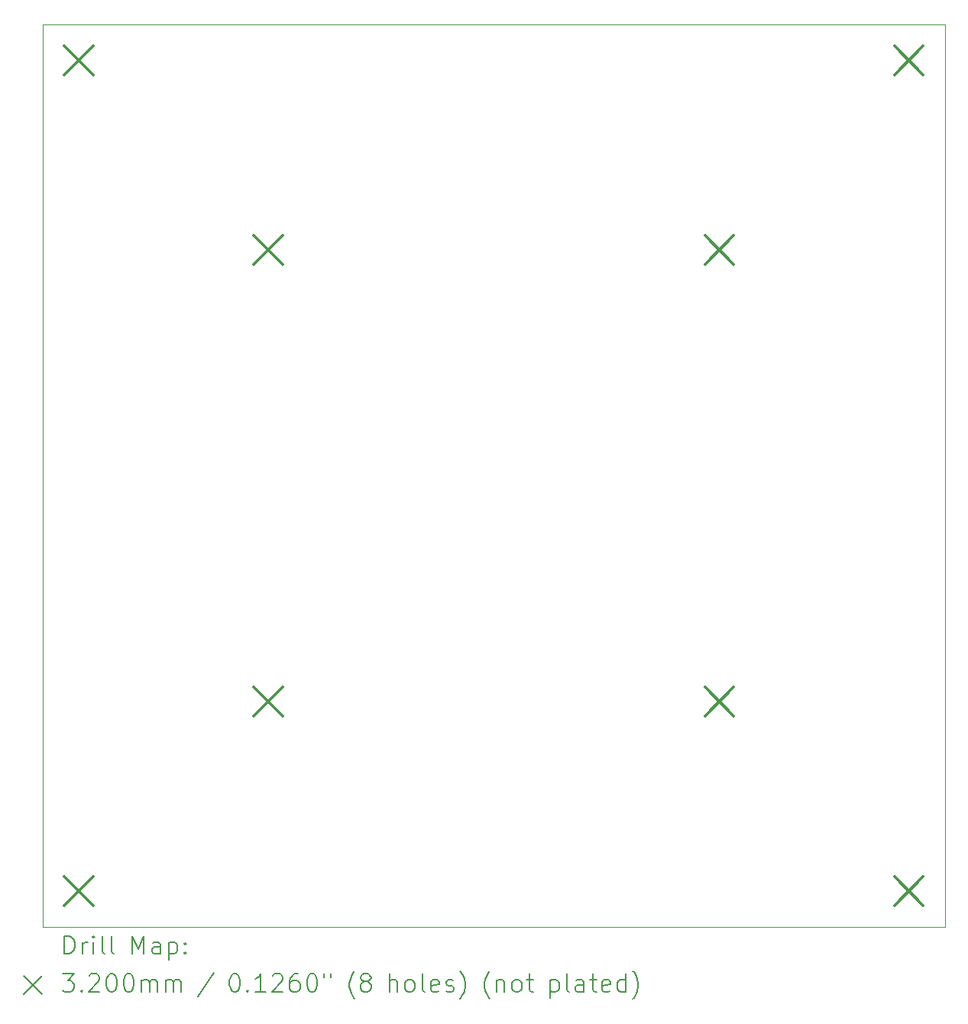
<source format=gbr>
%TF.GenerationSoftware,KiCad,Pcbnew,(7.0.0)*%
%TF.CreationDate,2023-05-18T23:59:09+02:00*%
%TF.ProjectId,Fad_2,4661645f-322e-46b6-9963-61645f706362,rev?*%
%TF.SameCoordinates,Original*%
%TF.FileFunction,Drillmap*%
%TF.FilePolarity,Positive*%
%FSLAX45Y45*%
G04 Gerber Fmt 4.5, Leading zero omitted, Abs format (unit mm)*
G04 Created by KiCad (PCBNEW (7.0.0)) date 2023-05-18 23:59:09*
%MOMM*%
%LPD*%
G01*
G04 APERTURE LIST*
%ADD10C,0.100000*%
%ADD11C,0.200000*%
%ADD12C,0.320000*%
G04 APERTURE END LIST*
D10*
X17500000Y-5200000D02*
X17500000Y-15000000D01*
X17300000Y-15000000D01*
X7500000Y-15000000D01*
X7500000Y-14800000D01*
X7500000Y-5200000D01*
X7500000Y-5000000D01*
X17500000Y-5000000D01*
X17500000Y-5200000D01*
D11*
D12*
X7740000Y-5240000D02*
X8060000Y-5560000D01*
X8060000Y-5240000D02*
X7740000Y-5560000D01*
X7740000Y-14440000D02*
X8060000Y-14760000D01*
X8060000Y-14440000D02*
X7740000Y-14760000D01*
X9840000Y-7340000D02*
X10160000Y-7660000D01*
X10160000Y-7340000D02*
X9840000Y-7660000D01*
X9840000Y-12340000D02*
X10160000Y-12660000D01*
X10160000Y-12340000D02*
X9840000Y-12660000D01*
X14840000Y-7340000D02*
X15160000Y-7660000D01*
X15160000Y-7340000D02*
X14840000Y-7660000D01*
X14840000Y-12340000D02*
X15160000Y-12660000D01*
X15160000Y-12340000D02*
X14840000Y-12660000D01*
X16940000Y-5240000D02*
X17260000Y-5560000D01*
X17260000Y-5240000D02*
X16940000Y-5560000D01*
X16940000Y-14440000D02*
X17260000Y-14760000D01*
X17260000Y-14440000D02*
X16940000Y-14760000D01*
D11*
X7742619Y-15298476D02*
X7742619Y-15098476D01*
X7742619Y-15098476D02*
X7790238Y-15098476D01*
X7790238Y-15098476D02*
X7818809Y-15108000D01*
X7818809Y-15108000D02*
X7837857Y-15127048D01*
X7837857Y-15127048D02*
X7847381Y-15146095D01*
X7847381Y-15146095D02*
X7856905Y-15184190D01*
X7856905Y-15184190D02*
X7856905Y-15212762D01*
X7856905Y-15212762D02*
X7847381Y-15250857D01*
X7847381Y-15250857D02*
X7837857Y-15269905D01*
X7837857Y-15269905D02*
X7818809Y-15288952D01*
X7818809Y-15288952D02*
X7790238Y-15298476D01*
X7790238Y-15298476D02*
X7742619Y-15298476D01*
X7942619Y-15298476D02*
X7942619Y-15165143D01*
X7942619Y-15203238D02*
X7952143Y-15184190D01*
X7952143Y-15184190D02*
X7961667Y-15174667D01*
X7961667Y-15174667D02*
X7980714Y-15165143D01*
X7980714Y-15165143D02*
X7999762Y-15165143D01*
X8066428Y-15298476D02*
X8066428Y-15165143D01*
X8066428Y-15098476D02*
X8056905Y-15108000D01*
X8056905Y-15108000D02*
X8066428Y-15117524D01*
X8066428Y-15117524D02*
X8075952Y-15108000D01*
X8075952Y-15108000D02*
X8066428Y-15098476D01*
X8066428Y-15098476D02*
X8066428Y-15117524D01*
X8190238Y-15298476D02*
X8171190Y-15288952D01*
X8171190Y-15288952D02*
X8161667Y-15269905D01*
X8161667Y-15269905D02*
X8161667Y-15098476D01*
X8295000Y-15298476D02*
X8275952Y-15288952D01*
X8275952Y-15288952D02*
X8266428Y-15269905D01*
X8266428Y-15269905D02*
X8266428Y-15098476D01*
X8491190Y-15298476D02*
X8491190Y-15098476D01*
X8491190Y-15098476D02*
X8557857Y-15241333D01*
X8557857Y-15241333D02*
X8624524Y-15098476D01*
X8624524Y-15098476D02*
X8624524Y-15298476D01*
X8805476Y-15298476D02*
X8805476Y-15193714D01*
X8805476Y-15193714D02*
X8795952Y-15174667D01*
X8795952Y-15174667D02*
X8776905Y-15165143D01*
X8776905Y-15165143D02*
X8738809Y-15165143D01*
X8738809Y-15165143D02*
X8719762Y-15174667D01*
X8805476Y-15288952D02*
X8786429Y-15298476D01*
X8786429Y-15298476D02*
X8738809Y-15298476D01*
X8738809Y-15298476D02*
X8719762Y-15288952D01*
X8719762Y-15288952D02*
X8710238Y-15269905D01*
X8710238Y-15269905D02*
X8710238Y-15250857D01*
X8710238Y-15250857D02*
X8719762Y-15231809D01*
X8719762Y-15231809D02*
X8738809Y-15222286D01*
X8738809Y-15222286D02*
X8786429Y-15222286D01*
X8786429Y-15222286D02*
X8805476Y-15212762D01*
X8900714Y-15165143D02*
X8900714Y-15365143D01*
X8900714Y-15174667D02*
X8919762Y-15165143D01*
X8919762Y-15165143D02*
X8957857Y-15165143D01*
X8957857Y-15165143D02*
X8976905Y-15174667D01*
X8976905Y-15174667D02*
X8986429Y-15184190D01*
X8986429Y-15184190D02*
X8995952Y-15203238D01*
X8995952Y-15203238D02*
X8995952Y-15260381D01*
X8995952Y-15260381D02*
X8986429Y-15279428D01*
X8986429Y-15279428D02*
X8976905Y-15288952D01*
X8976905Y-15288952D02*
X8957857Y-15298476D01*
X8957857Y-15298476D02*
X8919762Y-15298476D01*
X8919762Y-15298476D02*
X8900714Y-15288952D01*
X9081667Y-15279428D02*
X9091190Y-15288952D01*
X9091190Y-15288952D02*
X9081667Y-15298476D01*
X9081667Y-15298476D02*
X9072143Y-15288952D01*
X9072143Y-15288952D02*
X9081667Y-15279428D01*
X9081667Y-15279428D02*
X9081667Y-15298476D01*
X9081667Y-15174667D02*
X9091190Y-15184190D01*
X9091190Y-15184190D02*
X9081667Y-15193714D01*
X9081667Y-15193714D02*
X9072143Y-15184190D01*
X9072143Y-15184190D02*
X9081667Y-15174667D01*
X9081667Y-15174667D02*
X9081667Y-15193714D01*
X7295000Y-15545000D02*
X7495000Y-15745000D01*
X7495000Y-15545000D02*
X7295000Y-15745000D01*
X7723571Y-15518476D02*
X7847381Y-15518476D01*
X7847381Y-15518476D02*
X7780714Y-15594667D01*
X7780714Y-15594667D02*
X7809286Y-15594667D01*
X7809286Y-15594667D02*
X7828333Y-15604190D01*
X7828333Y-15604190D02*
X7837857Y-15613714D01*
X7837857Y-15613714D02*
X7847381Y-15632762D01*
X7847381Y-15632762D02*
X7847381Y-15680381D01*
X7847381Y-15680381D02*
X7837857Y-15699428D01*
X7837857Y-15699428D02*
X7828333Y-15708952D01*
X7828333Y-15708952D02*
X7809286Y-15718476D01*
X7809286Y-15718476D02*
X7752143Y-15718476D01*
X7752143Y-15718476D02*
X7733095Y-15708952D01*
X7733095Y-15708952D02*
X7723571Y-15699428D01*
X7933095Y-15699428D02*
X7942619Y-15708952D01*
X7942619Y-15708952D02*
X7933095Y-15718476D01*
X7933095Y-15718476D02*
X7923571Y-15708952D01*
X7923571Y-15708952D02*
X7933095Y-15699428D01*
X7933095Y-15699428D02*
X7933095Y-15718476D01*
X8018809Y-15537524D02*
X8028333Y-15528000D01*
X8028333Y-15528000D02*
X8047381Y-15518476D01*
X8047381Y-15518476D02*
X8095000Y-15518476D01*
X8095000Y-15518476D02*
X8114048Y-15528000D01*
X8114048Y-15528000D02*
X8123571Y-15537524D01*
X8123571Y-15537524D02*
X8133095Y-15556571D01*
X8133095Y-15556571D02*
X8133095Y-15575619D01*
X8133095Y-15575619D02*
X8123571Y-15604190D01*
X8123571Y-15604190D02*
X8009286Y-15718476D01*
X8009286Y-15718476D02*
X8133095Y-15718476D01*
X8256905Y-15518476D02*
X8275952Y-15518476D01*
X8275952Y-15518476D02*
X8295000Y-15528000D01*
X8295000Y-15528000D02*
X8304524Y-15537524D01*
X8304524Y-15537524D02*
X8314048Y-15556571D01*
X8314048Y-15556571D02*
X8323571Y-15594667D01*
X8323571Y-15594667D02*
X8323571Y-15642286D01*
X8323571Y-15642286D02*
X8314048Y-15680381D01*
X8314048Y-15680381D02*
X8304524Y-15699428D01*
X8304524Y-15699428D02*
X8295000Y-15708952D01*
X8295000Y-15708952D02*
X8275952Y-15718476D01*
X8275952Y-15718476D02*
X8256905Y-15718476D01*
X8256905Y-15718476D02*
X8237857Y-15708952D01*
X8237857Y-15708952D02*
X8228333Y-15699428D01*
X8228333Y-15699428D02*
X8218809Y-15680381D01*
X8218809Y-15680381D02*
X8209286Y-15642286D01*
X8209286Y-15642286D02*
X8209286Y-15594667D01*
X8209286Y-15594667D02*
X8218809Y-15556571D01*
X8218809Y-15556571D02*
X8228333Y-15537524D01*
X8228333Y-15537524D02*
X8237857Y-15528000D01*
X8237857Y-15528000D02*
X8256905Y-15518476D01*
X8447381Y-15518476D02*
X8466429Y-15518476D01*
X8466429Y-15518476D02*
X8485476Y-15528000D01*
X8485476Y-15528000D02*
X8495000Y-15537524D01*
X8495000Y-15537524D02*
X8504524Y-15556571D01*
X8504524Y-15556571D02*
X8514048Y-15594667D01*
X8514048Y-15594667D02*
X8514048Y-15642286D01*
X8514048Y-15642286D02*
X8504524Y-15680381D01*
X8504524Y-15680381D02*
X8495000Y-15699428D01*
X8495000Y-15699428D02*
X8485476Y-15708952D01*
X8485476Y-15708952D02*
X8466429Y-15718476D01*
X8466429Y-15718476D02*
X8447381Y-15718476D01*
X8447381Y-15718476D02*
X8428333Y-15708952D01*
X8428333Y-15708952D02*
X8418810Y-15699428D01*
X8418810Y-15699428D02*
X8409286Y-15680381D01*
X8409286Y-15680381D02*
X8399762Y-15642286D01*
X8399762Y-15642286D02*
X8399762Y-15594667D01*
X8399762Y-15594667D02*
X8409286Y-15556571D01*
X8409286Y-15556571D02*
X8418810Y-15537524D01*
X8418810Y-15537524D02*
X8428333Y-15528000D01*
X8428333Y-15528000D02*
X8447381Y-15518476D01*
X8599762Y-15718476D02*
X8599762Y-15585143D01*
X8599762Y-15604190D02*
X8609286Y-15594667D01*
X8609286Y-15594667D02*
X8628333Y-15585143D01*
X8628333Y-15585143D02*
X8656905Y-15585143D01*
X8656905Y-15585143D02*
X8675952Y-15594667D01*
X8675952Y-15594667D02*
X8685476Y-15613714D01*
X8685476Y-15613714D02*
X8685476Y-15718476D01*
X8685476Y-15613714D02*
X8695000Y-15594667D01*
X8695000Y-15594667D02*
X8714048Y-15585143D01*
X8714048Y-15585143D02*
X8742619Y-15585143D01*
X8742619Y-15585143D02*
X8761667Y-15594667D01*
X8761667Y-15594667D02*
X8771191Y-15613714D01*
X8771191Y-15613714D02*
X8771191Y-15718476D01*
X8866429Y-15718476D02*
X8866429Y-15585143D01*
X8866429Y-15604190D02*
X8875952Y-15594667D01*
X8875952Y-15594667D02*
X8895000Y-15585143D01*
X8895000Y-15585143D02*
X8923572Y-15585143D01*
X8923572Y-15585143D02*
X8942619Y-15594667D01*
X8942619Y-15594667D02*
X8952143Y-15613714D01*
X8952143Y-15613714D02*
X8952143Y-15718476D01*
X8952143Y-15613714D02*
X8961667Y-15594667D01*
X8961667Y-15594667D02*
X8980714Y-15585143D01*
X8980714Y-15585143D02*
X9009286Y-15585143D01*
X9009286Y-15585143D02*
X9028333Y-15594667D01*
X9028333Y-15594667D02*
X9037857Y-15613714D01*
X9037857Y-15613714D02*
X9037857Y-15718476D01*
X9395952Y-15508952D02*
X9224524Y-15766095D01*
X9620714Y-15518476D02*
X9639762Y-15518476D01*
X9639762Y-15518476D02*
X9658810Y-15528000D01*
X9658810Y-15528000D02*
X9668333Y-15537524D01*
X9668333Y-15537524D02*
X9677857Y-15556571D01*
X9677857Y-15556571D02*
X9687381Y-15594667D01*
X9687381Y-15594667D02*
X9687381Y-15642286D01*
X9687381Y-15642286D02*
X9677857Y-15680381D01*
X9677857Y-15680381D02*
X9668333Y-15699428D01*
X9668333Y-15699428D02*
X9658810Y-15708952D01*
X9658810Y-15708952D02*
X9639762Y-15718476D01*
X9639762Y-15718476D02*
X9620714Y-15718476D01*
X9620714Y-15718476D02*
X9601667Y-15708952D01*
X9601667Y-15708952D02*
X9592143Y-15699428D01*
X9592143Y-15699428D02*
X9582619Y-15680381D01*
X9582619Y-15680381D02*
X9573095Y-15642286D01*
X9573095Y-15642286D02*
X9573095Y-15594667D01*
X9573095Y-15594667D02*
X9582619Y-15556571D01*
X9582619Y-15556571D02*
X9592143Y-15537524D01*
X9592143Y-15537524D02*
X9601667Y-15528000D01*
X9601667Y-15528000D02*
X9620714Y-15518476D01*
X9773095Y-15699428D02*
X9782619Y-15708952D01*
X9782619Y-15708952D02*
X9773095Y-15718476D01*
X9773095Y-15718476D02*
X9763572Y-15708952D01*
X9763572Y-15708952D02*
X9773095Y-15699428D01*
X9773095Y-15699428D02*
X9773095Y-15718476D01*
X9973095Y-15718476D02*
X9858810Y-15718476D01*
X9915952Y-15718476D02*
X9915952Y-15518476D01*
X9915952Y-15518476D02*
X9896905Y-15547048D01*
X9896905Y-15547048D02*
X9877857Y-15566095D01*
X9877857Y-15566095D02*
X9858810Y-15575619D01*
X10049286Y-15537524D02*
X10058810Y-15528000D01*
X10058810Y-15528000D02*
X10077857Y-15518476D01*
X10077857Y-15518476D02*
X10125476Y-15518476D01*
X10125476Y-15518476D02*
X10144524Y-15528000D01*
X10144524Y-15528000D02*
X10154048Y-15537524D01*
X10154048Y-15537524D02*
X10163572Y-15556571D01*
X10163572Y-15556571D02*
X10163572Y-15575619D01*
X10163572Y-15575619D02*
X10154048Y-15604190D01*
X10154048Y-15604190D02*
X10039762Y-15718476D01*
X10039762Y-15718476D02*
X10163572Y-15718476D01*
X10335000Y-15518476D02*
X10296905Y-15518476D01*
X10296905Y-15518476D02*
X10277857Y-15528000D01*
X10277857Y-15528000D02*
X10268333Y-15537524D01*
X10268333Y-15537524D02*
X10249286Y-15566095D01*
X10249286Y-15566095D02*
X10239762Y-15604190D01*
X10239762Y-15604190D02*
X10239762Y-15680381D01*
X10239762Y-15680381D02*
X10249286Y-15699428D01*
X10249286Y-15699428D02*
X10258810Y-15708952D01*
X10258810Y-15708952D02*
X10277857Y-15718476D01*
X10277857Y-15718476D02*
X10315953Y-15718476D01*
X10315953Y-15718476D02*
X10335000Y-15708952D01*
X10335000Y-15708952D02*
X10344524Y-15699428D01*
X10344524Y-15699428D02*
X10354048Y-15680381D01*
X10354048Y-15680381D02*
X10354048Y-15632762D01*
X10354048Y-15632762D02*
X10344524Y-15613714D01*
X10344524Y-15613714D02*
X10335000Y-15604190D01*
X10335000Y-15604190D02*
X10315953Y-15594667D01*
X10315953Y-15594667D02*
X10277857Y-15594667D01*
X10277857Y-15594667D02*
X10258810Y-15604190D01*
X10258810Y-15604190D02*
X10249286Y-15613714D01*
X10249286Y-15613714D02*
X10239762Y-15632762D01*
X10477857Y-15518476D02*
X10496905Y-15518476D01*
X10496905Y-15518476D02*
X10515953Y-15528000D01*
X10515953Y-15528000D02*
X10525476Y-15537524D01*
X10525476Y-15537524D02*
X10535000Y-15556571D01*
X10535000Y-15556571D02*
X10544524Y-15594667D01*
X10544524Y-15594667D02*
X10544524Y-15642286D01*
X10544524Y-15642286D02*
X10535000Y-15680381D01*
X10535000Y-15680381D02*
X10525476Y-15699428D01*
X10525476Y-15699428D02*
X10515953Y-15708952D01*
X10515953Y-15708952D02*
X10496905Y-15718476D01*
X10496905Y-15718476D02*
X10477857Y-15718476D01*
X10477857Y-15718476D02*
X10458810Y-15708952D01*
X10458810Y-15708952D02*
X10449286Y-15699428D01*
X10449286Y-15699428D02*
X10439762Y-15680381D01*
X10439762Y-15680381D02*
X10430238Y-15642286D01*
X10430238Y-15642286D02*
X10430238Y-15594667D01*
X10430238Y-15594667D02*
X10439762Y-15556571D01*
X10439762Y-15556571D02*
X10449286Y-15537524D01*
X10449286Y-15537524D02*
X10458810Y-15528000D01*
X10458810Y-15528000D02*
X10477857Y-15518476D01*
X10620714Y-15518476D02*
X10620714Y-15556571D01*
X10696905Y-15518476D02*
X10696905Y-15556571D01*
X10959762Y-15794667D02*
X10950238Y-15785143D01*
X10950238Y-15785143D02*
X10931191Y-15756571D01*
X10931191Y-15756571D02*
X10921667Y-15737524D01*
X10921667Y-15737524D02*
X10912143Y-15708952D01*
X10912143Y-15708952D02*
X10902619Y-15661333D01*
X10902619Y-15661333D02*
X10902619Y-15623238D01*
X10902619Y-15623238D02*
X10912143Y-15575619D01*
X10912143Y-15575619D02*
X10921667Y-15547048D01*
X10921667Y-15547048D02*
X10931191Y-15528000D01*
X10931191Y-15528000D02*
X10950238Y-15499428D01*
X10950238Y-15499428D02*
X10959762Y-15489905D01*
X11064524Y-15604190D02*
X11045476Y-15594667D01*
X11045476Y-15594667D02*
X11035953Y-15585143D01*
X11035953Y-15585143D02*
X11026429Y-15566095D01*
X11026429Y-15566095D02*
X11026429Y-15556571D01*
X11026429Y-15556571D02*
X11035953Y-15537524D01*
X11035953Y-15537524D02*
X11045476Y-15528000D01*
X11045476Y-15528000D02*
X11064524Y-15518476D01*
X11064524Y-15518476D02*
X11102619Y-15518476D01*
X11102619Y-15518476D02*
X11121667Y-15528000D01*
X11121667Y-15528000D02*
X11131191Y-15537524D01*
X11131191Y-15537524D02*
X11140714Y-15556571D01*
X11140714Y-15556571D02*
X11140714Y-15566095D01*
X11140714Y-15566095D02*
X11131191Y-15585143D01*
X11131191Y-15585143D02*
X11121667Y-15594667D01*
X11121667Y-15594667D02*
X11102619Y-15604190D01*
X11102619Y-15604190D02*
X11064524Y-15604190D01*
X11064524Y-15604190D02*
X11045476Y-15613714D01*
X11045476Y-15613714D02*
X11035953Y-15623238D01*
X11035953Y-15623238D02*
X11026429Y-15642286D01*
X11026429Y-15642286D02*
X11026429Y-15680381D01*
X11026429Y-15680381D02*
X11035953Y-15699428D01*
X11035953Y-15699428D02*
X11045476Y-15708952D01*
X11045476Y-15708952D02*
X11064524Y-15718476D01*
X11064524Y-15718476D02*
X11102619Y-15718476D01*
X11102619Y-15718476D02*
X11121667Y-15708952D01*
X11121667Y-15708952D02*
X11131191Y-15699428D01*
X11131191Y-15699428D02*
X11140714Y-15680381D01*
X11140714Y-15680381D02*
X11140714Y-15642286D01*
X11140714Y-15642286D02*
X11131191Y-15623238D01*
X11131191Y-15623238D02*
X11121667Y-15613714D01*
X11121667Y-15613714D02*
X11102619Y-15604190D01*
X11346429Y-15718476D02*
X11346429Y-15518476D01*
X11432143Y-15718476D02*
X11432143Y-15613714D01*
X11432143Y-15613714D02*
X11422619Y-15594667D01*
X11422619Y-15594667D02*
X11403572Y-15585143D01*
X11403572Y-15585143D02*
X11375000Y-15585143D01*
X11375000Y-15585143D02*
X11355952Y-15594667D01*
X11355952Y-15594667D02*
X11346429Y-15604190D01*
X11555952Y-15718476D02*
X11536905Y-15708952D01*
X11536905Y-15708952D02*
X11527381Y-15699428D01*
X11527381Y-15699428D02*
X11517857Y-15680381D01*
X11517857Y-15680381D02*
X11517857Y-15623238D01*
X11517857Y-15623238D02*
X11527381Y-15604190D01*
X11527381Y-15604190D02*
X11536905Y-15594667D01*
X11536905Y-15594667D02*
X11555952Y-15585143D01*
X11555952Y-15585143D02*
X11584524Y-15585143D01*
X11584524Y-15585143D02*
X11603572Y-15594667D01*
X11603572Y-15594667D02*
X11613095Y-15604190D01*
X11613095Y-15604190D02*
X11622619Y-15623238D01*
X11622619Y-15623238D02*
X11622619Y-15680381D01*
X11622619Y-15680381D02*
X11613095Y-15699428D01*
X11613095Y-15699428D02*
X11603572Y-15708952D01*
X11603572Y-15708952D02*
X11584524Y-15718476D01*
X11584524Y-15718476D02*
X11555952Y-15718476D01*
X11736905Y-15718476D02*
X11717857Y-15708952D01*
X11717857Y-15708952D02*
X11708333Y-15689905D01*
X11708333Y-15689905D02*
X11708333Y-15518476D01*
X11889286Y-15708952D02*
X11870238Y-15718476D01*
X11870238Y-15718476D02*
X11832143Y-15718476D01*
X11832143Y-15718476D02*
X11813095Y-15708952D01*
X11813095Y-15708952D02*
X11803572Y-15689905D01*
X11803572Y-15689905D02*
X11803572Y-15613714D01*
X11803572Y-15613714D02*
X11813095Y-15594667D01*
X11813095Y-15594667D02*
X11832143Y-15585143D01*
X11832143Y-15585143D02*
X11870238Y-15585143D01*
X11870238Y-15585143D02*
X11889286Y-15594667D01*
X11889286Y-15594667D02*
X11898810Y-15613714D01*
X11898810Y-15613714D02*
X11898810Y-15632762D01*
X11898810Y-15632762D02*
X11803572Y-15651809D01*
X11975000Y-15708952D02*
X11994048Y-15718476D01*
X11994048Y-15718476D02*
X12032143Y-15718476D01*
X12032143Y-15718476D02*
X12051191Y-15708952D01*
X12051191Y-15708952D02*
X12060714Y-15689905D01*
X12060714Y-15689905D02*
X12060714Y-15680381D01*
X12060714Y-15680381D02*
X12051191Y-15661333D01*
X12051191Y-15661333D02*
X12032143Y-15651809D01*
X12032143Y-15651809D02*
X12003572Y-15651809D01*
X12003572Y-15651809D02*
X11984524Y-15642286D01*
X11984524Y-15642286D02*
X11975000Y-15623238D01*
X11975000Y-15623238D02*
X11975000Y-15613714D01*
X11975000Y-15613714D02*
X11984524Y-15594667D01*
X11984524Y-15594667D02*
X12003572Y-15585143D01*
X12003572Y-15585143D02*
X12032143Y-15585143D01*
X12032143Y-15585143D02*
X12051191Y-15594667D01*
X12127381Y-15794667D02*
X12136905Y-15785143D01*
X12136905Y-15785143D02*
X12155953Y-15756571D01*
X12155953Y-15756571D02*
X12165476Y-15737524D01*
X12165476Y-15737524D02*
X12175000Y-15708952D01*
X12175000Y-15708952D02*
X12184524Y-15661333D01*
X12184524Y-15661333D02*
X12184524Y-15623238D01*
X12184524Y-15623238D02*
X12175000Y-15575619D01*
X12175000Y-15575619D02*
X12165476Y-15547048D01*
X12165476Y-15547048D02*
X12155953Y-15528000D01*
X12155953Y-15528000D02*
X12136905Y-15499428D01*
X12136905Y-15499428D02*
X12127381Y-15489905D01*
X12456905Y-15794667D02*
X12447381Y-15785143D01*
X12447381Y-15785143D02*
X12428333Y-15756571D01*
X12428333Y-15756571D02*
X12418810Y-15737524D01*
X12418810Y-15737524D02*
X12409286Y-15708952D01*
X12409286Y-15708952D02*
X12399762Y-15661333D01*
X12399762Y-15661333D02*
X12399762Y-15623238D01*
X12399762Y-15623238D02*
X12409286Y-15575619D01*
X12409286Y-15575619D02*
X12418810Y-15547048D01*
X12418810Y-15547048D02*
X12428333Y-15528000D01*
X12428333Y-15528000D02*
X12447381Y-15499428D01*
X12447381Y-15499428D02*
X12456905Y-15489905D01*
X12533095Y-15585143D02*
X12533095Y-15718476D01*
X12533095Y-15604190D02*
X12542619Y-15594667D01*
X12542619Y-15594667D02*
X12561667Y-15585143D01*
X12561667Y-15585143D02*
X12590238Y-15585143D01*
X12590238Y-15585143D02*
X12609286Y-15594667D01*
X12609286Y-15594667D02*
X12618810Y-15613714D01*
X12618810Y-15613714D02*
X12618810Y-15718476D01*
X12742619Y-15718476D02*
X12723572Y-15708952D01*
X12723572Y-15708952D02*
X12714048Y-15699428D01*
X12714048Y-15699428D02*
X12704524Y-15680381D01*
X12704524Y-15680381D02*
X12704524Y-15623238D01*
X12704524Y-15623238D02*
X12714048Y-15604190D01*
X12714048Y-15604190D02*
X12723572Y-15594667D01*
X12723572Y-15594667D02*
X12742619Y-15585143D01*
X12742619Y-15585143D02*
X12771191Y-15585143D01*
X12771191Y-15585143D02*
X12790238Y-15594667D01*
X12790238Y-15594667D02*
X12799762Y-15604190D01*
X12799762Y-15604190D02*
X12809286Y-15623238D01*
X12809286Y-15623238D02*
X12809286Y-15680381D01*
X12809286Y-15680381D02*
X12799762Y-15699428D01*
X12799762Y-15699428D02*
X12790238Y-15708952D01*
X12790238Y-15708952D02*
X12771191Y-15718476D01*
X12771191Y-15718476D02*
X12742619Y-15718476D01*
X12866429Y-15585143D02*
X12942619Y-15585143D01*
X12895000Y-15518476D02*
X12895000Y-15689905D01*
X12895000Y-15689905D02*
X12904524Y-15708952D01*
X12904524Y-15708952D02*
X12923572Y-15718476D01*
X12923572Y-15718476D02*
X12942619Y-15718476D01*
X13129286Y-15585143D02*
X13129286Y-15785143D01*
X13129286Y-15594667D02*
X13148333Y-15585143D01*
X13148333Y-15585143D02*
X13186429Y-15585143D01*
X13186429Y-15585143D02*
X13205476Y-15594667D01*
X13205476Y-15594667D02*
X13215000Y-15604190D01*
X13215000Y-15604190D02*
X13224524Y-15623238D01*
X13224524Y-15623238D02*
X13224524Y-15680381D01*
X13224524Y-15680381D02*
X13215000Y-15699428D01*
X13215000Y-15699428D02*
X13205476Y-15708952D01*
X13205476Y-15708952D02*
X13186429Y-15718476D01*
X13186429Y-15718476D02*
X13148333Y-15718476D01*
X13148333Y-15718476D02*
X13129286Y-15708952D01*
X13338810Y-15718476D02*
X13319762Y-15708952D01*
X13319762Y-15708952D02*
X13310238Y-15689905D01*
X13310238Y-15689905D02*
X13310238Y-15518476D01*
X13500714Y-15718476D02*
X13500714Y-15613714D01*
X13500714Y-15613714D02*
X13491191Y-15594667D01*
X13491191Y-15594667D02*
X13472143Y-15585143D01*
X13472143Y-15585143D02*
X13434048Y-15585143D01*
X13434048Y-15585143D02*
X13415000Y-15594667D01*
X13500714Y-15708952D02*
X13481667Y-15718476D01*
X13481667Y-15718476D02*
X13434048Y-15718476D01*
X13434048Y-15718476D02*
X13415000Y-15708952D01*
X13415000Y-15708952D02*
X13405476Y-15689905D01*
X13405476Y-15689905D02*
X13405476Y-15670857D01*
X13405476Y-15670857D02*
X13415000Y-15651809D01*
X13415000Y-15651809D02*
X13434048Y-15642286D01*
X13434048Y-15642286D02*
X13481667Y-15642286D01*
X13481667Y-15642286D02*
X13500714Y-15632762D01*
X13567381Y-15585143D02*
X13643572Y-15585143D01*
X13595953Y-15518476D02*
X13595953Y-15689905D01*
X13595953Y-15689905D02*
X13605476Y-15708952D01*
X13605476Y-15708952D02*
X13624524Y-15718476D01*
X13624524Y-15718476D02*
X13643572Y-15718476D01*
X13786429Y-15708952D02*
X13767381Y-15718476D01*
X13767381Y-15718476D02*
X13729286Y-15718476D01*
X13729286Y-15718476D02*
X13710238Y-15708952D01*
X13710238Y-15708952D02*
X13700714Y-15689905D01*
X13700714Y-15689905D02*
X13700714Y-15613714D01*
X13700714Y-15613714D02*
X13710238Y-15594667D01*
X13710238Y-15594667D02*
X13729286Y-15585143D01*
X13729286Y-15585143D02*
X13767381Y-15585143D01*
X13767381Y-15585143D02*
X13786429Y-15594667D01*
X13786429Y-15594667D02*
X13795953Y-15613714D01*
X13795953Y-15613714D02*
X13795953Y-15632762D01*
X13795953Y-15632762D02*
X13700714Y-15651809D01*
X13967381Y-15718476D02*
X13967381Y-15518476D01*
X13967381Y-15708952D02*
X13948334Y-15718476D01*
X13948334Y-15718476D02*
X13910238Y-15718476D01*
X13910238Y-15718476D02*
X13891191Y-15708952D01*
X13891191Y-15708952D02*
X13881667Y-15699428D01*
X13881667Y-15699428D02*
X13872143Y-15680381D01*
X13872143Y-15680381D02*
X13872143Y-15623238D01*
X13872143Y-15623238D02*
X13881667Y-15604190D01*
X13881667Y-15604190D02*
X13891191Y-15594667D01*
X13891191Y-15594667D02*
X13910238Y-15585143D01*
X13910238Y-15585143D02*
X13948334Y-15585143D01*
X13948334Y-15585143D02*
X13967381Y-15594667D01*
X14043572Y-15794667D02*
X14053095Y-15785143D01*
X14053095Y-15785143D02*
X14072143Y-15756571D01*
X14072143Y-15756571D02*
X14081667Y-15737524D01*
X14081667Y-15737524D02*
X14091191Y-15708952D01*
X14091191Y-15708952D02*
X14100714Y-15661333D01*
X14100714Y-15661333D02*
X14100714Y-15623238D01*
X14100714Y-15623238D02*
X14091191Y-15575619D01*
X14091191Y-15575619D02*
X14081667Y-15547048D01*
X14081667Y-15547048D02*
X14072143Y-15528000D01*
X14072143Y-15528000D02*
X14053095Y-15499428D01*
X14053095Y-15499428D02*
X14043572Y-15489905D01*
M02*

</source>
